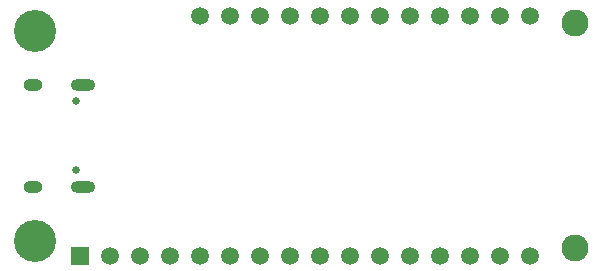
<source format=gbr>
%TF.GenerationSoftware,Altium Limited,Altium Designer,20.0.10 (225)*%
G04 Layer_Color=255*
%FSLAX26Y26*%
%MOIN*%
%TF.FileFunction,Pads,Bot*%
%TF.Part,Single*%
G01*
G75*
%TA.AperFunction,ComponentPad*%
%ADD30C,0.059370*%
%ADD31R,0.059370X0.059370*%
%ADD32C,0.140000*%
%ADD33C,0.090000*%
%ADD34O,0.062992X0.039370*%
%ADD35O,0.082677X0.039370*%
%ADD36C,0.025591*%
D30*
X1761323Y864567D02*
D03*
X1661323D02*
D03*
X1561323D02*
D03*
X1461323D02*
D03*
X1361323D02*
D03*
X1261323D02*
D03*
X1161323D02*
D03*
X1061323D02*
D03*
X961323D02*
D03*
X861323D02*
D03*
X761323D02*
D03*
X661323D02*
D03*
X1761323Y64567D02*
D03*
X1661323D02*
D03*
X1561323D02*
D03*
X1461323D02*
D03*
X1361323D02*
D03*
X1261323D02*
D03*
X1161323D02*
D03*
X1061323D02*
D03*
X961323D02*
D03*
X861323D02*
D03*
X761323D02*
D03*
X661323D02*
D03*
X561323D02*
D03*
X461323D02*
D03*
X361323D02*
D03*
D31*
X261323D02*
D03*
D32*
X111323Y114567D02*
D03*
Y814567D02*
D03*
D33*
X1911323Y839567D02*
D03*
Y89567D02*
D03*
D34*
X104529Y294882D02*
D03*
Y635039D02*
D03*
D35*
X269096Y294882D02*
D03*
Y635039D02*
D03*
D36*
X248230Y351181D02*
D03*
Y578740D02*
D03*
%TF.MD5,5e98e7b93a5891635e4083c7a6f626f3*%
M02*

</source>
